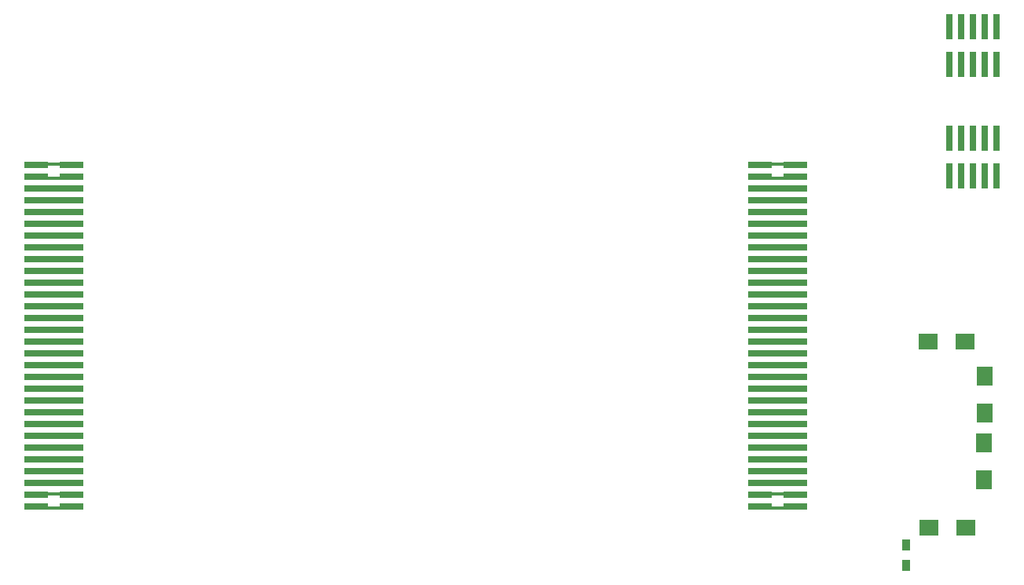
<source format=gbr>
G04 #@! TF.FileFunction,Paste,Top*
%FSLAX46Y46*%
G04 Gerber Fmt 4.6, Leading zero omitted, Abs format (unit mm)*
G04 Created by KiCad (PCBNEW 4.0.7) date 06/20/18 14:00:10*
%MOMM*%
%LPD*%
G01*
G04 APERTURE LIST*
%ADD10C,0.100000*%
%ADD11R,2.500000X0.700000*%
%ADD12R,2.500000X0.400000*%
%ADD13R,0.740000X2.790000*%
%ADD14R,0.900000X1.200000*%
%ADD15R,1.700000X2.000000*%
%ADD16R,2.000000X1.700000*%
G04 APERTURE END LIST*
D10*
D11*
X56278000Y-53555900D03*
X56278000Y-54825900D03*
X56278000Y-56095900D03*
X56278000Y-57365900D03*
X56278000Y-58635900D03*
X56278000Y-59905900D03*
X56278000Y-61175900D03*
X56278000Y-62445900D03*
X56278000Y-63715900D03*
X56278000Y-64985900D03*
X56278000Y-66255900D03*
X56278000Y-67525900D03*
X56278000Y-68795900D03*
X56278000Y-70065900D03*
X56278000Y-71335900D03*
X56278000Y-72605900D03*
X56278000Y-73875900D03*
X56278000Y-75145900D03*
X56278000Y-76415900D03*
X56278000Y-77685900D03*
X56278000Y-78955900D03*
X56278000Y-80225900D03*
X56278000Y-81495900D03*
X56278000Y-82765900D03*
X56278000Y-84035900D03*
X56278000Y-85305900D03*
X56278000Y-86575900D03*
X56278000Y-87845900D03*
X56278000Y-89115900D03*
X56278000Y-90385900D03*
X52468000Y-53555900D03*
X52468000Y-54825900D03*
X52468000Y-56095900D03*
X52468000Y-57365900D03*
X52468000Y-58635900D03*
X52468000Y-59905900D03*
X52468000Y-61175900D03*
X52468000Y-62445900D03*
X52468000Y-63715900D03*
X52468000Y-64985900D03*
X52468000Y-66255900D03*
X52468000Y-67525900D03*
X52468000Y-68795900D03*
X52468000Y-70065900D03*
X52468000Y-71335900D03*
X52468000Y-72605900D03*
X52468000Y-73875900D03*
X52468000Y-75145900D03*
X52468000Y-76415900D03*
X52468000Y-77685900D03*
X52468000Y-78955900D03*
X52468000Y-80225900D03*
X52468000Y-81495900D03*
X52468000Y-82765900D03*
X52468000Y-84035900D03*
X52468000Y-85305900D03*
X52468000Y-86575900D03*
X52468000Y-87845900D03*
X52468000Y-89115900D03*
X52468000Y-90385900D03*
X54373000Y-56095900D03*
X54373000Y-57365900D03*
X54373000Y-58635900D03*
X54373000Y-59905900D03*
X54373000Y-61175900D03*
X54373000Y-62445900D03*
X54373000Y-63715900D03*
X54373000Y-64985900D03*
X54373000Y-66255900D03*
X54373000Y-67525900D03*
X54373000Y-68795900D03*
X54373000Y-70065900D03*
X54373000Y-71335900D03*
X54373000Y-72605900D03*
X54373000Y-73875900D03*
X54373000Y-75145900D03*
X54373000Y-76415900D03*
X54373000Y-77685900D03*
X54373000Y-78955900D03*
X54373000Y-80225900D03*
X54373000Y-81495900D03*
X54373000Y-82765900D03*
X54373000Y-84035900D03*
X54373000Y-85305900D03*
X54373000Y-86575900D03*
X54373000Y-87845900D03*
D12*
X54373000Y-53428900D03*
X54246000Y-90512900D03*
X54246000Y-88988900D03*
X54246000Y-54952900D03*
D11*
X134278000Y-53555900D03*
X134278000Y-54825900D03*
X134278000Y-56095900D03*
X134278000Y-57365900D03*
X134278000Y-58635900D03*
X134278000Y-59905900D03*
X134278000Y-61175900D03*
X134278000Y-62445900D03*
X134278000Y-63715900D03*
X134278000Y-64985900D03*
X134278000Y-66255900D03*
X134278000Y-67525900D03*
X134278000Y-68795900D03*
X134278000Y-70065900D03*
X134278000Y-71335900D03*
X134278000Y-72605900D03*
X134278000Y-73875900D03*
X134278000Y-75145900D03*
X134278000Y-76415900D03*
X134278000Y-77685900D03*
X134278000Y-78955900D03*
X134278000Y-80225900D03*
X134278000Y-81495900D03*
X134278000Y-82765900D03*
X134278000Y-84035900D03*
X134278000Y-85305900D03*
X134278000Y-86575900D03*
X134278000Y-87845900D03*
X134278000Y-89115900D03*
X134278000Y-90385900D03*
X130468000Y-53555900D03*
X130468000Y-54825900D03*
X130468000Y-56095900D03*
X130468000Y-57365900D03*
X130468000Y-58635900D03*
X130468000Y-59905900D03*
X130468000Y-61175900D03*
X130468000Y-62445900D03*
X130468000Y-63715900D03*
X130468000Y-64985900D03*
X130468000Y-66255900D03*
X130468000Y-67525900D03*
X130468000Y-68795900D03*
X130468000Y-70065900D03*
X130468000Y-71335900D03*
X130468000Y-72605900D03*
X130468000Y-73875900D03*
X130468000Y-75145900D03*
X130468000Y-76415900D03*
X130468000Y-77685900D03*
X130468000Y-78955900D03*
X130468000Y-80225900D03*
X130468000Y-81495900D03*
X130468000Y-82765900D03*
X130468000Y-84035900D03*
X130468000Y-85305900D03*
X130468000Y-86575900D03*
X130468000Y-87845900D03*
X130468000Y-89115900D03*
X130468000Y-90385900D03*
X132373000Y-56095900D03*
X132373000Y-57365900D03*
X132373000Y-58635900D03*
X132373000Y-59905900D03*
X132373000Y-61175900D03*
X132373000Y-62445900D03*
X132373000Y-63715900D03*
X132373000Y-64985900D03*
X132373000Y-66255900D03*
X132373000Y-67525900D03*
X132373000Y-68795900D03*
X132373000Y-70065900D03*
X132373000Y-71335900D03*
X132373000Y-72605900D03*
X132373000Y-73875900D03*
X132373000Y-75145900D03*
X132373000Y-76415900D03*
X132373000Y-77685900D03*
X132373000Y-78955900D03*
X132373000Y-80225900D03*
X132373000Y-81495900D03*
X132373000Y-82765900D03*
X132373000Y-84035900D03*
X132373000Y-85305900D03*
X132373000Y-86575900D03*
X132373000Y-87845900D03*
D12*
X132373000Y-53428900D03*
X132246000Y-90512900D03*
X132246000Y-88988900D03*
X132246000Y-54952900D03*
D13*
X150866140Y-42742440D03*
X150866140Y-38678440D03*
X152136140Y-42742440D03*
X152136140Y-38678440D03*
X153406140Y-42742440D03*
X153406140Y-38678440D03*
X154676140Y-42742440D03*
X154676140Y-38678440D03*
X155946140Y-42742440D03*
X155946140Y-38678440D03*
X150866140Y-54759180D03*
X150866140Y-50695180D03*
X152136140Y-54759180D03*
X152136140Y-50695180D03*
X153406140Y-54759180D03*
X153406140Y-50695180D03*
X154676140Y-54759180D03*
X154676140Y-50695180D03*
X155946140Y-54759180D03*
X155946140Y-50695180D03*
D14*
X146245880Y-96743200D03*
X146245880Y-94543200D03*
D15*
X154691380Y-80306500D03*
X154691380Y-76306500D03*
D16*
X148553540Y-72628080D03*
X152553540Y-72628080D03*
X148629740Y-92683920D03*
X152629740Y-92683920D03*
D15*
X154615180Y-87526020D03*
X154615180Y-83526020D03*
M02*

</source>
